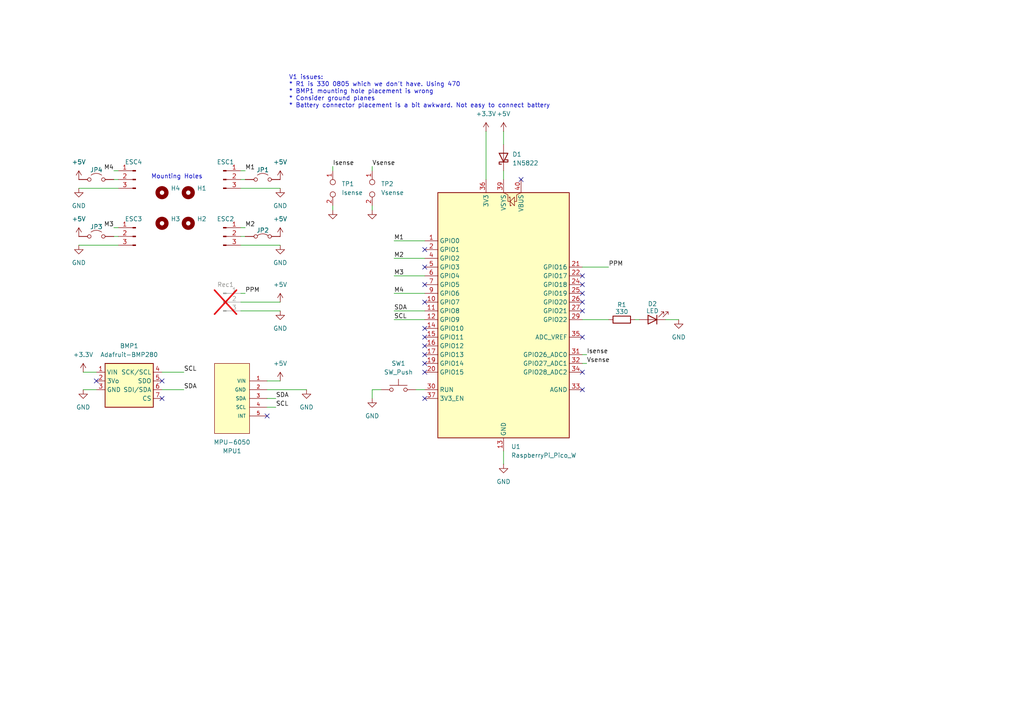
<source format=kicad_sch>
(kicad_sch (version 20231120) (generator "eeschema") (generator_version "8.0")
  (paper "A4")
  (lib_symbols
    (symbol "Connector:Conn_01x03_Pin" (pin_names (offset 1.016) hide)
      (property "Reference" "J" (at 0 5.08 0))
      (property "Value" "Conn_01x03_Pin" (at 0 -5.08 0))
      (symbol "Conn_01x03_Pin_1_1"
        (polyline (pts (xy 1.27 -2.54) (xy 0.8636 -2.54)) (stroke (width 0.1524)))
        (polyline (pts (xy 1.27 0) (xy 0.8636 0)) (stroke (width 0.1524)))
        (polyline (pts (xy 1.27 2.54) (xy 0.8636 2.54)) (stroke (width 0.1524)))
        (rectangle (start 0.8636 -2.413) (end 0 -2.667) (stroke (width 0.1524)) (fill (type outline)))
        (rectangle (start 0.8636 0.127) (end 0 -0.127) (stroke (width 0.1524)) (fill (type outline)))
        (rectangle (start 0.8636 2.667) (end 0 2.413) (stroke (width 0.1524)) (fill (type outline)))
        (pin passive line (at 5.08 2.54 180) (length 3.81) (name "Pin_1") (number "1"))
        (pin passive line (at 5.08 0 180) (length 3.81) (name "Pin_2") (number "2"))
        (pin passive line (at 5.08 -2.54 180) (length 3.81) (name "Pin_3") (number "3"))
      )
    )
    (symbol "Connector:TestPoint_2Pole" (pin_names (offset 0.762) hide)
      (property "Reference" "TP" (at 0 1.524 0))
      (property "Value" "TestPoint_2Pole" (at 0 -1.778 0))
      (symbol "TestPoint_2Pole_0_1"
        (circle (center -1.778 0) (radius 0.762))
        (circle (center 1.778 0) (radius 0.762))
        (pin passive line (at -5.08 0 0) (length 2.54) (name "1") (number "1"))
        (pin passive line (at 5.08 0 180) (length 2.54) (name "2") (number "2"))
      )
    )
    (symbol "Device:D_Schottky" (pin_numbers hide) (pin_names (offset 1.016) hide)
      (property "Reference" "D" (at 0 2.54 0))
      (property "Value" "D_Schottky" (at 0 -2.54 0))
      (symbol "D_Schottky_0_1"
        (polyline (pts (xy 1.27 0) (xy -1.27 0)))
        (polyline (pts (xy 1.27 1.27) (xy 1.27 -1.27) (xy -1.27 0) (xy 1.27 1.27)) (stroke (width 0.254)))
        (polyline (pts (xy -1.905 0.635) (xy -1.905 1.27) (xy -1.27 1.27) (xy -1.27 -1.27) (xy -0.635 -1.27) (xy -0.635 -0.635)) (stroke (width 0.254)))
      )
      (symbol "D_Schottky_1_1"
        (pin passive line (at -3.81 0 0) (length 2.54) (name "K") (number "1"))
        (pin passive line (at 3.81 0 180) (length 2.54) (name "A") (number "2"))
      )
    )
    (symbol "Device:LED" (pin_numbers hide) (pin_names (offset 1.016) hide)
      (property "Reference" "D" (at 0 2.54 0))
      (property "Value" "LED" (at 0 -2.54 0))
      (symbol "LED_0_1"
        (polyline (pts (xy -1.27 -1.27) (xy -1.27 1.27)) (stroke (width 0.254)))
        (polyline (pts (xy -1.27 0) (xy 1.27 0)))
        (polyline (pts (xy 1.27 -1.27) (xy 1.27 1.27) (xy -1.27 0) (xy 1.27 -1.27)) (stroke (width 0.254)))
        (polyline (pts (xy -3.048 -0.762) (xy -4.572 -2.286) (xy -3.81 -2.286) (xy -4.572 -2.286) (xy -4.572 -1.524)))
        (polyline (pts (xy -1.778 -0.762) (xy -3.302 -2.286) (xy -2.54 -2.286) (xy -3.302 -2.286) (xy -3.302 -1.524)))
      )
      (symbol "LED_1_1"
        (pin passive line (at -3.81 0 0) (length 2.54) (name "K") (number "1"))
        (pin passive line (at 3.81 0 180) (length 2.54) (name "A") (number "2"))
      )
    )
    (symbol "Device:R" (pin_numbers hide) (pin_names (offset 0))
      (property "Reference" "R" (at 2.032 0 90))
      (property "Value" "R" (at 0 0 90))
      (symbol "R_0_1"
        (rectangle (start -1.016 -2.54) (end 1.016 2.54) (stroke (width 0.254)))
      )
      (symbol "R_1_1"
        (pin passive line (at 0 3.81 270) (length 1.27) (name "~") (number "1"))
        (pin passive line (at 0 -3.81 90) (length 1.27) (name "~") (number "2"))
      )
    )
    (symbol "Jumper:Jumper_2_Bridged" (pin_numbers hide) (pin_names (offset 0) hide) (exclude_from_sim yes)
      (property "Reference" "JP" (at 0 1.905 0))
      (property "Value" "Jumper_2_Bridged" (at 0 -2.54 0))
      (symbol "Jumper_2_Bridged_0_0"
        (circle (center -2.032 0) (radius 0.508))
        (circle (center 2.032 0) (radius 0.508))
      )
      (symbol "Jumper_2_Bridged_0_1"
        (arc (start 1.524 0.254) (mid 0 0.762) (end -1.524 0.254))
      )
      (symbol "Jumper_2_Bridged_1_1"
        (pin passive line (at -5.08 0 0) (length 2.54) (name "A") (number "1"))
        (pin passive line (at 5.08 0 180) (length 2.54) (name "B") (number "2"))
      )
    )
    (symbol "Jumper:Jumper_2_Open" (pin_numbers hide) (pin_names (offset 0) hide) (exclude_from_sim yes)
      (property "Reference" "JP" (at 0 2.794 0))
      (property "Value" "Jumper_2_Open" (at 0 -2.286 0))
      (symbol "Jumper_2_Open_0_0"
        (circle (center -2.032 0) (radius 0.508))
        (circle (center 2.032 0) (radius 0.508))
      )
      (symbol "Jumper_2_Open_0_1"
        (arc (start 1.524 1.27) (mid 0 1.778) (end -1.524 1.27))
      )
      (symbol "Jumper_2_Open_1_1"
        (pin passive line (at -5.08 0 0) (length 2.54) (name "A") (number "1"))
        (pin passive line (at 5.08 0 180) (length 2.54) (name "B") (number "2"))
      )
    )
    (symbol "MCU_Module_RaspberryPi_Pico:RaspberryPi_Pico_W"
      (property "Reference" "U" (at -19.05 38.1 0))
      (property "Value" "RaspberryPi_Pico_W" (at 7.62 38.1 0))
      (symbol "RaspberryPi_Pico_W_0_1"
        (rectangle (start -19.05 36.83) (end 19.05 -34.29) (stroke (width 0.254)) (fill (type background)))
        (polyline (pts (xy 0 36.83) (xy 1.27 36.195) (xy 1.27 34.29) (xy 1.905 34.29)))
        (polyline (pts (xy 1.905 34.29) (xy 3.175 35.56) (xy 3.175 33.02) (xy 1.905 34.29)))
        (polyline (pts (xy 5.08 36.83) (xy 3.81 36.195) (xy 3.81 34.29) (xy 3.175 34.29)))
        (polyline (pts (xy 1.651 35.306) (xy 1.651 35.56) (xy 1.905 35.56) (xy 1.905 33.02) (xy 2.159 33.02) (xy 2.159 33.274)))
      )
      (symbol "RaspberryPi_Pico_W_1_1"
        (pin bidirectional line (at -22.86 22.86 0) (length 3.81) (name "GPIO0") (number "1"))
        (pin bidirectional line (at -22.86 5.08 0) (length 3.81) (name "GPIO7") (number "10"))
        (pin bidirectional line (at -22.86 2.54 0) (length 3.81) (name "GPIO8") (number "11"))
        (pin bidirectional line (at -22.86 0 0) (length 3.81) (name "GPIO9") (number "12"))
        (pin power_out line (at 0 -38.1 90) (length 3.81) (name "GND") (number "13"))
        (pin bidirectional line (at -22.86 -2.54 0) (length 3.81) (name "GPIO10") (number "14"))
        (pin bidirectional line (at -22.86 -5.08 0) (length 3.81) (name "GPIO11") (number "15"))
        (pin bidirectional line (at -22.86 -7.62 0) (length 3.81) (name "GPIO12") (number "16"))
        (pin bidirectional line (at -22.86 -10.16 0) (length 3.81) (name "GPIO13") (number "17"))
        (pin passive line (at 0 -38.1 90) (length 3.81) hide (name "GND") (number "18"))
        (pin bidirectional line (at -22.86 -12.7 0) (length 3.81) (name "GPIO14") (number "19"))
        (pin bidirectional line (at -22.86 20.32 0) (length 3.81) (name "GPIO1") (number "2"))
        (pin bidirectional line (at -22.86 -15.24 0) (length 3.81) (name "GPIO15") (number "20"))
        (pin bidirectional line (at 22.86 15.24 180) (length 3.81) (name "GPIO16") (number "21"))
        (pin bidirectional line (at 22.86 12.7 180) (length 3.81) (name "GPIO17") (number "22"))
        (pin passive line (at 0 -38.1 90) (length 3.81) hide (name "GND") (number "23"))
        (pin bidirectional line (at 22.86 10.16 180) (length 3.81) (name "GPIO18") (number "24"))
        (pin bidirectional line (at 22.86 7.62 180) (length 3.81) (name "GPIO19") (number "25"))
        (pin bidirectional line (at 22.86 5.08 180) (length 3.81) (name "GPIO20") (number "26"))
        (pin bidirectional line (at 22.86 2.54 180) (length 3.81) (name "GPIO21") (number "27"))
        (pin passive line (at 0 -38.1 90) (length 3.81) hide (name "GND") (number "28"))
        (pin bidirectional line (at 22.86 0 180) (length 3.81) (name "GPIO22") (number "29"))
        (pin passive line (at 0 -38.1 90) (length 3.81) hide (name "GND") (number "3"))
        (pin input line (at -22.86 -20.32 0) (length 3.81) (name "RUN") (number "30"))
        (pin bidirectional line (at 22.86 -10.16 180) (length 3.81) (name "GPIO26_ADC0") (number "31"))
        (pin bidirectional line (at 22.86 -12.7 180) (length 3.81) (name "GPIO27_ADC1") (number "32"))
        (pin power_in line (at 22.86 -20.32 180) (length 3.81) (name "AGND") (number "33"))
        (pin bidirectional line (at 22.86 -15.24 180) (length 3.81) (name "GPIO28_ADC2") (number "34"))
        (pin power_in line (at 22.86 -5.08 180) (length 3.81) (name "ADC_VREF") (number "35"))
        (pin power_out line (at -5.08 40.64 270) (length 3.81) (name "3V3") (number "36"))
        (pin input line (at -22.86 -22.86 0) (length 3.81) (name "3V3_EN") (number "37"))
        (pin passive line (at 0 -38.1 90) (length 3.81) hide (name "GND") (number "38"))
        (pin power_in line (at 0 40.64 270) (length 3.81) (name "VSYS") (number "39"))
        (pin bidirectional line (at -22.86 17.78 0) (length 3.81) (name "GPIO2") (number "4"))
        (pin power_out line (at 5.08 40.64 270) (length 3.81) (name "VBUS") (number "40"))
        (pin bidirectional line (at -22.86 15.24 0) (length 3.81) (name "GPIO3") (number "5"))
        (pin bidirectional line (at -22.86 12.7 0) (length 3.81) (name "GPIO4") (number "6"))
        (pin bidirectional line (at -22.86 10.16 0) (length 3.81) (name "GPIO5") (number "7"))
        (pin passive line (at 0 -38.1 90) (length 3.81) hide (name "GND") (number "8"))
        (pin bidirectional line (at -22.86 7.62 0) (length 3.81) (name "GPIO6") (number "9"))
      )
    )
    (symbol "Mechanical:MountingHole" (pin_names (offset 1.016)) (exclude_from_sim yes) (in_bom no)
      (property "Reference" "H" (at 0 5.08 0))
      (property "Value" "MountingHole" (at 0 3.175 0))
      (symbol "MountingHole_0_1"
        (circle (center 0 0) (radius 1.27) (stroke (width 1.27)))
      )
    )
    (symbol "SEN0142:SEN0142" (pin_names (offset 1.016))
      (property "Reference" "M" (at -17.78 2.54 0))
      (property "Value" "SEN0142" (at -17.78 0 0))
      (symbol "SEN0142_0_0"
        (rectangle (start -10.16 -2.54) (end 10.16 7.62) (stroke (width 0.1524)) (fill (type background)))
        (pin bidirectional line (at -5.08 -7.62 90) (length 5.08) (name "VIN") (number "1"))
        (pin bidirectional line (at -2.54 -7.62 90) (length 5.08) (name "GND") (number "2"))
        (pin bidirectional line (at 0 -7.62 90) (length 5.08) (name "SDA") (number "3"))
        (pin bidirectional line (at 2.54 -7.62 90) (length 5.08) (name "SCL") (number "4"))
        (pin bidirectional line (at 5.08 -7.62 90) (length 5.08) (name "INT") (number "5"))
      )
    )
    (symbol "Switch:SW_Push" (pin_numbers hide) (pin_names (offset 1.016) hide)
      (property "Reference" "SW" (at 1.27 2.54 0))
      (property "Value" "SW_Push" (at 0 -1.524 0))
      (symbol "SW_Push_0_1"
        (circle (center -2.032 0) (radius 0.508))
        (polyline (pts (xy 0 1.27) (xy 0 3.048)))
        (polyline (pts (xy 2.54 1.27) (xy -2.54 1.27)))
        (circle (center 2.032 0) (radius 0.508))
        (pin passive line (at -5.08 0 0) (length 2.54) (name "1") (number "1"))
        (pin passive line (at 5.08 0 180) (length 2.54) (name "2") (number "2"))
      )
    )
    (symbol "power:+3.3V" (power) (pin_numbers hide) (pin_names (offset 0) hide)
      (property "Value" "+3.3V" (at 0 3.556 0))
      (symbol "+3.3V_0_1"
        (polyline (pts (xy -0.762 1.27) (xy 0 2.54)))
        (polyline (pts (xy 0 0) (xy 0 2.54)))
        (polyline (pts (xy 0 2.54) (xy 0.762 1.27)))
      )
      (symbol "+3.3V_1_1"
        (pin power_in line (at 0 0 90) (length 0) (name "~") (number "1"))
      )
    )
    (symbol "power:+5V" (power) (pin_numbers hide) (pin_names (offset 0) hide)
      (property "Value" "+5V" (at 0 3.556 0))
      (symbol "+5V_0_1"
        (polyline (pts (xy -0.762 1.27) (xy 0 2.54)))
        (polyline (pts (xy 0 0) (xy 0 2.54)))
        (polyline (pts (xy 0 2.54) (xy 0.762 1.27)))
      )
      (symbol "+5V_1_1"
        (pin power_in line (at 0 0 90) (length 0) (name "~") (number "1"))
      )
    )
    (symbol "power:GND" (power) (pin_numbers hide) (pin_names (offset 0) hide)
      (property "Value" "GND" (at 0 -3.81 0))
      (symbol "GND_0_1"
        (polyline (pts (xy 0 0) (xy 0 -1.27) (xy 1.27 -1.27) (xy 0 -2.54) (xy -1.27 -1.27) (xy 0 -1.27)))
      )
      (symbol "GND_1_1"
        (pin power_in line (at 0 0 270) (length 0) (name "~") (number "1"))
      )
    )
    (symbol "upper-all:Adafruit-BMP280"
      (property "Reference" "U" (at -7.62 10.16 0))
      (property "Value" "Adafruit-BMP280" (at 5.08 10.16 0))
      (symbol "Adafruit-BMP280_0_1"
        (rectangle (start -7.62 7.62) (end 6.35 -5.08) (stroke (width 0.254)) (fill (type background)))
      )
      (symbol "Adafruit-BMP280_1_1"
        (pin power_in line (at -10.16 5.08 0) (length 2.54) (name "VIN") (number "1"))
        (pin power_out line (at -10.16 2.54 0) (length 2.54) (name "3Vo") (number "2"))
        (pin power_in line (at -10.16 0 0) (length 2.54) (name "GND") (number "3"))
        (pin input line (at 8.89 5.08 180) (length 2.54) (name "SCK/SCL") (number "4"))
        (pin output line (at 8.89 2.54 180) (length 2.54) (name "SDO") (number "5"))
        (pin bidirectional line (at 8.89 0 180) (length 2.54) (name "SDI/SDA") (number "6"))
        (pin input line (at 8.89 -2.54 180) (length 2.54) (name "CS") (number "7"))
      )
    )
  )
  (no_connect (at 123.19 87.63))
  (no_connect (at 168.91 85.09))
  (no_connect (at 168.91 82.55))
  (no_connect (at 27.94 110.49))
  (no_connect (at 168.91 113.03))
  (no_connect (at 123.19 77.47))
  (no_connect (at 168.91 90.17))
  (no_connect (at 123.19 107.95))
  (no_connect (at 168.91 97.79))
  (no_connect (at 77.47 120.65))
  (no_connect (at 168.91 107.95))
  (no_connect (at 168.91 80.01))
  (no_connect (at 123.19 97.79))
  (no_connect (at 151.13 52.07))
  (no_connect (at 46.99 115.57))
  (no_connect (at 123.19 105.41))
  (no_connect (at 168.91 87.63))
  (no_connect (at 123.19 95.25))
  (no_connect (at 123.19 82.55))
  (no_connect (at 123.19 100.33))
  (no_connect (at 123.19 115.57))
  (no_connect (at 123.19 72.39))
  (no_connect (at 123.19 102.87))
  (no_connect (at 46.99 110.49))
  (wire (pts (xy 34.29 52.07) (xy 33.02 52.07)))
  (wire (pts (xy 77.47 110.49) (xy 81.28 110.49)))
  (wire (pts (xy 114.3 85.09) (xy 123.19 85.09)))
  (wire (pts (xy 168.91 92.71) (xy 176.53 92.71)))
  (wire (pts (xy 69.85 68.58) (xy 71.12 68.58)))
  (wire (pts (xy 96.52 60.96) (xy 96.52 59.69)))
  (wire (pts (xy 33.02 66.04) (xy 34.29 66.04)))
  (wire (pts (xy 69.85 52.07) (xy 71.12 52.07)))
  (wire (pts (xy 140.97 38.1) (xy 140.97 52.07)))
  (wire (pts (xy 146.05 130.81) (xy 146.05 134.62)))
  (wire (pts (xy 193.04 92.71) (xy 196.85 92.71)))
  (wire (pts (xy 69.85 87.63) (xy 81.28 87.63)))
  (wire (pts (xy 71.12 66.04) (xy 69.85 66.04)))
  (wire (pts (xy 114.3 69.85) (xy 123.19 69.85)))
  (wire (pts (xy 77.47 113.03) (xy 88.9 113.03)))
  (wire (pts (xy 33.02 49.53) (xy 34.29 49.53)))
  (wire (pts (xy 24.13 113.03) (xy 27.94 113.03)))
  (wire (pts (xy 184.15 92.71) (xy 185.42 92.71)))
  (wire (pts (xy 46.99 107.95) (xy 53.34 107.95)))
  (wire (pts (xy 107.95 59.69) (xy 107.95 60.96)))
  (wire (pts (xy 34.29 71.12) (xy 22.86 71.12)))
  (wire (pts (xy 114.3 92.71) (xy 123.19 92.71)))
  (wire (pts (xy 114.3 74.93) (xy 123.19 74.93)))
  (wire (pts (xy 168.91 77.47) (xy 176.53 77.47)))
  (wire (pts (xy 146.05 49.53) (xy 146.05 52.07)))
  (wire (pts (xy 146.05 38.1) (xy 146.05 41.91)))
  (wire (pts (xy 77.47 118.11) (xy 80.01 118.11)))
  (wire (pts (xy 69.85 85.09) (xy 71.12 85.09)))
  (wire (pts (xy 34.29 68.58) (xy 33.02 68.58)))
  (wire (pts (xy 69.85 90.17) (xy 81.28 90.17)))
  (wire (pts (xy 107.95 48.26) (xy 107.95 49.53)))
  (wire (pts (xy 77.47 115.57) (xy 80.01 115.57)))
  (wire (pts (xy 34.29 54.61) (xy 22.86 54.61)))
  (wire (pts (xy 96.52 48.26) (xy 96.52 49.53)))
  (wire (pts (xy 168.91 105.41) (xy 170.18 105.41)))
  (wire (pts (xy 46.99 113.03) (xy 53.34 113.03)))
  (wire (pts (xy 120.65 113.03) (xy 123.19 113.03)))
  (wire (pts (xy 24.13 107.95) (xy 27.94 107.95)))
  (wire (pts (xy 69.85 71.12) (xy 81.28 71.12)))
  (wire (pts (xy 114.3 80.01) (xy 123.19 80.01)))
  (wire (pts (xy 107.95 113.03) (xy 107.95 115.57)))
  (wire (pts (xy 168.91 102.87) (xy 170.18 102.87)))
  (wire (pts (xy 114.3 90.17) (xy 123.19 90.17)))
  (wire (pts (xy 110.49 113.03) (xy 107.95 113.03)))
  (wire (pts (xy 69.85 54.61) (xy 81.28 54.61)))
  (wire (pts (xy 71.12 49.53) (xy 69.85 49.53)))
  (text "V1 issues:\n* R1 is 330 0805 which we don't have. Using 470\n* BMP1 mounting hole placement is wrong\n* Consider ground planes\n* Battery connector placement is a bit awkward. Not easy to connect battery" (at 83.7795 26.6053 0) (effects (font (size 1.27 1.27)) (justify left)))
  (text "Mounting Holes" (at 51.308 51.308 0) (effects (font (size 1.27 1.27))))
  (label "Isense" (at 170.18 102.87 0))
  (label "PPM" (at 176.53 77.47 0))
  (label "M2" (at 71.12 66.04 0))
  (label "M4" (at 114.3 85.09 0))
  (label "M4" (at 33.02 49.53 180))
  (label "Isense" (at 96.52 48.26 0))
  (label "SDA" (at 114.3 90.17 0))
  (label "SCL" (at 53.34 107.95 0))
  (label "SDA" (at 80.01 115.57 0))
  (label "Vsense" (at 107.95 48.26 0))
  (label "SCL" (at 80.01 118.11 0))
  (label "M1" (at 114.3 69.85 0))
  (label "M3" (at 33.02 66.04 180))
  (label "M3" (at 114.3 80.01 0))
  (label "PPM" (at 71.12 85.09 0))
  (label "M1" (at 71.12 49.53 0))
  (label "SDA" (at 53.34 113.03 0))
  (label "SCL" (at 114.3 92.71 0))
  (label "M2" (at 114.3 74.93 0))
  (label "Vsense" (at 170.18 105.41 0))
  (symbol (lib_id "power:+3.3V") (at 140.97 38.1 0) (unit 1)
    (property "Reference" "#PWR04" (effects (hide yes)))
    (property "Value" "+3.3V" (at 140.97 33.02 0))
    (property "Description" "Power symbol creates a global label with name \"+3.3V\"" (effects (hide yes)))
  )
  (symbol (lib_id "Connector:Conn_01x03_Pin") (at 64.77 87.63 0) (unit 1) (dnp yes)
    (property "Reference" "Rec1" (at 65.405 82.55 0))
    (property "Footprint" "Connector_PinHeader_2.54mm:PinHeader_1x03_P2.54mm_Vertical" (effects (hide yes)))
    (property "Description" "Generic connector, single row, 01x03, script generated" (effects (hide yes)))
  )
  (symbol (lib_id "power:+5V") (at 81.28 52.07 0) (unit 1)
    (property "Reference" "#PWR02" (effects (hide yes)))
    (property "Value" "+5V" (at 81.28 46.99 0))
    (property "Description" "Power symbol creates a global label with name \"+5V\"" (effects (hide yes)))
  )
  (symbol (lib_id "power:GND") (at 196.85 92.71 0) (unit 1)
    (property "Reference" "#PWR06" (effects (hide yes)))
    (property "Value" "GND" (at 196.85 97.79 0))
    (property "Description" "Power symbol creates a global label with name \"GND\" , ground" (effects (hide yes)))
  )
  (symbol (lib_id "power:GND") (at 96.52 60.96 0) (unit 1)
    (property "Reference" "#PWR018" (effects (hide yes)))
    (property "Value" "GND" (effects (hide yes)))
    (property "Description" "Power symbol creates a global label with name \"GND\" , ground" (effects (hide yes)))
  )
  (symbol (lib_id "Device:LED") (at 189.23 92.71 180) (unit 1)
    (property "Reference" "D2" (at 189.23 88.138 0))
    (property "Value" "LED" (at 189.23 90.17 0))
    (property "Footprint" "LED_SMD:LED_1206_3216Metric_Pad1.42x1.75mm_HandSolder" (effects (hide yes)))
    (property "Description" "Light emitting diode" (effects (hide yes)))
  )
  (symbol (lib_id "power:+5V") (at 146.05 38.1 0) (unit 1)
    (property "Reference" "#PWR03" (effects (hide yes)))
    (property "Value" "+5V" (at 146.05 33.02 0))
    (property "Description" "Power symbol creates a global label with name \"+5V\"" (effects (hide yes)))
  )
  (symbol (lib_id "power:GND") (at 81.28 71.12 0) (unit 1)
    (property "Reference" "#PWR09" (effects (hide yes)))
    (property "Value" "GND" (at 81.28 76.2 0))
    (property "Description" "Power symbol creates a global label with name \"GND\" , ground" (effects (hide yes)))
  )
  (symbol (lib_id "power:+5V") (at 81.28 110.49 0) (unit 1)
    (property "Reference" "#PWR020" (effects (hide yes)))
    (property "Value" "+5V" (at 81.28 105.41 0))
    (property "Description" "Power symbol creates a global label with name \"+5V\"" (effects (hide yes)))
  )
  (symbol (lib_id "Device:R") (at 180.34 92.71 270) (unit 1)
    (property "Reference" "R1" (at 180.34 88.392 90))
    (property "Value" "330" (at 180.34 90.424 90))
    (property "Footprint" "Resistor_SMD:R_0805_2012Metric_Pad1.20x1.40mm_HandSolder" (effects (hide yes)))
    (property "Description" "Resistor" (effects (hide yes)))
  )
  (symbol (lib_id "Connector:TestPoint_2Pole") (at 96.52 54.61 270) (unit 1)
    (property "Reference" "TP1" (at 99.06 53.3399 90) (effects (justify left)))
    (property "Value" "Isense" (at 99.06 55.8799 90) (effects (justify left)))
    (property "Footprint" "TestPoint:TestPoint_2Pads_Pitch2.54mm_Drill0.8mm" (effects (hide yes)))
    (property "Description" "2-polar test point" (effects (hide yes)))
  )
  (symbol (lib_id "Connector:Conn_01x03_Pin") (at 64.77 68.58 0) (unit 1)
    (property "Reference" "ESC2" (at 65.405 63.5 0))
    (property "Footprint" "Connector_PinHeader_2.54mm:PinHeader_1x03_P2.54mm_Vertical" (effects (hide yes)))
    (property "Description" "Generic connector, single row, 01x03, script generated" (effects (hide yes)))
  )
  (symbol (lib_id "Mechanical:MountingHole") (at 46.99 64.77 0) (unit 1) (exclude_from_sim yes) (in_bom no)
    (property "Reference" "H3" (at 49.53 63.4999 0) (effects (justify left)))
    (property "Value" "MountingHole" (effects (hide yes)))
    (property "Footprint" "MountingHole:MountingHole_3.2mm_M3_ISO14580" (effects (hide yes)))
    (property "Description" "Mounting Hole without connection" (effects (hide yes)))
  )
  (symbol (lib_id "upper-all:Adafruit-BMP280") (at 38.1 113.03 0) (unit 1)
    (property "Reference" "BMP1" (at 37.465 100.33 0))
    (property "Value" "Adafruit-BMP280" (at 37.465 102.87 0))
    (property "Footprint" "upper-all:adafruit-bmp280" (effects (hide yes)))
    (property "Datasheet" "https://cdn-learn.adafruit.com/downloads/pdf/adafruit-bmp280-barometric-pressure-plus-temperature-sensor-breakout.pdf" (effects (hide yes)))
    (property "Description" "Adafruit BMP280 Barometric Pressure + Temperature Sensor Breakout" (effects (hide yes)))
  )
  (symbol (lib_id "power:GND") (at 107.95 60.96 0) (unit 1)
    (property "Reference" "#PWR016" (effects (hide yes)))
    (property "Value" "GND" (effects (hide yes)))
    (property "Description" "Power symbol creates a global label with name \"GND\" , ground" (effects (hide yes)))
  )
  (symbol (lib_id "Connector:Conn_01x03_Pin") (at 39.37 68.58 0) (mirror y) (unit 1)
    (property "Reference" "ESC3" (at 38.735 63.5 0))
    (property "Footprint" "Connector_PinHeader_2.54mm:PinHeader_1x03_P2.54mm_Vertical" (effects (hide yes)))
    (property "Description" "Generic connector, single row, 01x03, script generated" (effects (hide yes)))
  )
  (symbol (lib_id "power:GND") (at 81.28 90.17 0) (unit 1)
    (property "Reference" "#PWR014" (effects (hide yes)))
    (property "Value" "GND" (at 81.28 95.25 0))
    (property "Description" "Power symbol creates a global label with name \"GND\" , ground" (effects (hide yes)))
  )
  (symbol (lib_id "Jumper:Jumper_2_Bridged") (at 76.2 68.58 0) (unit 1) (exclude_from_sim yes)
    (property "Reference" "JP2" (at 76.2 66.802 0))
    (property "Value" "Jumper_2_Bridged" (effects (hide yes)))
    (property "Footprint" "Jumper:SolderJumper-2_P1.3mm_Bridged_RoundedPad1.0x1.5mm" (effects (hide yes)))
    (property "Description" "Jumper, 2-pole, closed/bridged" (effects (hide yes)))
  )
  (symbol (lib_id "Jumper:Jumper_2_Open") (at 27.94 68.58 0) (unit 1) (exclude_from_sim yes)
    (property "Reference" "JP3" (at 27.94 65.786 0))
    (property "Value" "Jumper_2_Open" (effects (hide yes)))
    (property "Footprint" "Jumper:SolderJumper-2_P1.3mm_Open_RoundedPad1.0x1.5mm" (effects (hide yes)))
    (property "Description" "Jumper, 2-pole, open" (effects (hide yes)))
  )
  (symbol (lib_id "power:+5V") (at 81.28 87.63 0) (unit 1)
    (property "Reference" "#PWR015" (effects (hide yes)))
    (property "Value" "+5V" (at 81.28 82.55 0))
    (property "Description" "Power symbol creates a global label with name \"+5V\"" (effects (hide yes)))
  )
  (symbol (lib_id "power:+5V") (at 81.28 68.58 0) (unit 1)
    (property "Reference" "#PWR08" (effects (hide yes)))
    (property "Value" "+5V" (at 81.28 63.5 0))
    (property "Description" "Power symbol creates a global label with name \"+5V\"" (effects (hide yes)))
  )
  (symbol (lib_id "power:GND") (at 81.28 54.61 0) (unit 1)
    (property "Reference" "#PWR01" (effects (hide yes)))
    (property "Value" "GND" (at 81.28 59.69 0))
    (property "Description" "Power symbol creates a global label with name \"GND\" , ground" (effects (hide yes)))
  )
  (symbol (lib_id "power:+5V") (at 22.86 68.58 0) (mirror y) (unit 1)
    (property "Reference" "#PWR010" (effects (hide yes)))
    (property "Value" "+5V" (at 22.86 63.5 0))
    (property "Description" "Power symbol creates a global label with name \"+5V\"" (effects (hide yes)))
  )
  (symbol (lib_id "Switch:SW_Push") (at 115.57 113.03 0) (unit 1)
    (property "Reference" "SW1" (at 115.57 105.41 0))
    (property "Value" "SW_Push" (at 115.57 107.95 0))
    (property "Footprint" "Button_Switch_SMD:SW_Push_1P1T_NO_6x6mm_H9.5mm" (effects (hide yes)))
    (property "Description" "Push button switch, generic, two pins" (effects (hide yes)))
  )
  (symbol (lib_id "power:GND") (at 107.95 115.57 0) (unit 1)
    (property "Reference" "#PWR07" (effects (hide yes)))
    (property "Value" "GND" (at 107.95 120.65 0))
    (property "Description" "Power symbol creates a global label with name \"GND\" , ground" (effects (hide yes)))
  )
  (symbol (lib_id "power:+3.3V") (at 24.13 107.95 0) (unit 1)
    (property "Reference" "#PWR022" (effects (hide yes)))
    (property "Value" "+3.3V" (at 24.13 102.87 0))
    (property "Description" "Power symbol creates a global label with name \"+3.3V\"" (effects (hide yes)))
  )
  (symbol (lib_id "power:GND") (at 22.86 54.61 0) (mirror y) (unit 1)
    (property "Reference" "#PWR013" (effects (hide yes)))
    (property "Value" "GND" (at 22.86 59.69 0))
    (property "Description" "Power symbol creates a global label with name \"GND\" , ground" (effects (hide yes)))
  )
  (symbol (lib_id "Jumper:Jumper_2_Open") (at 27.94 52.07 0) (unit 1) (exclude_from_sim yes)
    (property "Reference" "JP4" (at 27.94 49.276 0))
    (property "Value" "Jumper_2_Open" (effects (hide yes)))
    (property "Footprint" "Jumper:SolderJumper-2_P1.3mm_Open_RoundedPad1.0x1.5mm" (effects (hide yes)))
    (property "Description" "Jumper, 2-pole, open" (effects (hide yes)))
  )
  (symbol (lib_id "power:GND") (at 146.05 134.62 0) (unit 1)
    (property "Reference" "#PWR05" (effects (hide yes)))
    (property "Value" "GND" (at 146.05 139.7 0))
    (property "Description" "Power symbol creates a global label with name \"GND\" , ground" (effects (hide yes)))
  )
  (symbol (lib_id "Connector:Conn_01x03_Pin") (at 39.37 52.07 0) (mirror y) (unit 1)
    (property "Reference" "ESC4" (at 38.735 46.99 0))
    (property "Footprint" "Connector_PinHeader_2.54mm:PinHeader_1x03_P2.54mm_Vertical" (effects (hide yes)))
    (property "Description" "Generic connector, single row, 01x03, script generated" (effects (hide yes)))
  )
  (symbol (lib_id "Device:D_Schottky") (at 146.05 45.72 90) (unit 1)
    (property "Reference" "D1" (at 148.59 44.7674 90) (effects (justify right)))
    (property "Value" "1N5822" (at 148.59 47.3074 90) (effects (justify right)))
    (property "Footprint" "Diode_SMD:D_SMC_Handsoldering" (effects (hide yes)))
    (property "Description" "Schottky diode" (effects (hide yes)))
  )
  (symbol (lib_id "power:+5V") (at 22.86 52.07 0) (mirror y) (unit 1)
    (property "Reference" "#PWR012" (effects (hide yes)))
    (property "Value" "+5V" (at 22.86 46.99 0))
    (property "Description" "Power symbol creates a global label with name \"+5V\"" (effects (hide yes)))
  )
  (symbol (lib_id "Connector:Conn_01x03_Pin") (at 64.77 52.07 0) (unit 1)
    (property "Reference" "ESC1" (at 65.405 46.99 0))
    (property "Footprint" "Connector_PinHeader_2.54mm:PinHeader_1x03_P2.54mm_Vertical" (effects (hide yes)))
    (property "Description" "Generic connector, single row, 01x03, script generated" (effects (hide yes)))
  )
  (symbol (lib_id "Mechanical:MountingHole") (at 46.99 55.88 0) (unit 1) (exclude_from_sim yes) (in_bom no)
    (property "Reference" "H4" (at 49.53 54.6099 0) (effects (justify left)))
    (property "Value" "MountingHole" (effects (hide yes)))
    (property "Footprint" "MountingHole:MountingHole_3.2mm_M3_ISO14580" (effects (hide yes)))
    (property "Description" "Mounting Hole without connection" (effects (hide yes)))
  )
  (symbol (lib_id "Mechanical:MountingHole") (at 54.61 55.88 0) (unit 1) (exclude_from_sim yes) (in_bom no)
    (property "Reference" "H1" (at 57.15 54.6099 0) (effects (justify left)))
    (property "Value" "MountingHole" (effects (hide yes)))
    (property "Footprint" "MountingHole:MountingHole_3.2mm_M3_ISO14580" (effects (hide yes)))
    (property "Description" "Mounting Hole without connection" (effects (hide yes)))
  )
  (symbol (lib_id "power:GND") (at 88.9 113.03 0) (unit 1)
    (property "Reference" "#PWR021" (effects (hide yes)))
    (property "Value" "GND" (at 88.9 118.11 0))
    (property "Description" "Power symbol creates a global label with name \"GND\" , ground" (effects (hide yes)))
  )
  (symbol (lib_id "power:GND") (at 24.13 113.03 0) (unit 1)
    (property "Reference" "#PWR023" (effects (hide yes)))
    (property "Value" "GND" (at 24.13 118.11 0))
    (property "Description" "Power symbol creates a global label with name \"GND\" , ground" (effects (hide yes)))
  )
  (symbol (lib_id "Jumper:Jumper_2_Open") (at 76.2 52.07 0) (unit 1) (exclude_from_sim yes)
    (property "Reference" "JP1" (at 76.2 49.276 0))
    (property "Value" "Jumper_2_Open" (effects (hide yes)))
    (property "Footprint" "Jumper:SolderJumper-2_P1.3mm_Open_RoundedPad1.0x1.5mm" (effects (hide yes)))
    (property "Description" "Jumper, 2-pole, open" (effects (hide yes)))
  )
  (symbol (lib_id "power:GND") (at 22.86 71.12 0) (mirror y) (unit 1)
    (property "Reference" "#PWR011" (effects (hide yes)))
    (property "Value" "GND" (at 22.86 76.2 0))
    (property "Description" "Power symbol creates a global label with name \"GND\" , ground" (effects (hide yes)))
  )
  (symbol (lib_id "Connector:TestPoint_2Pole") (at 107.95 54.61 270) (unit 1)
    (property "Reference" "TP2" (at 110.49 53.3399 90) (effects (justify left)))
    (property "Value" "Vsense" (at 110.49 55.8799 90) (effects (justify left)))
    (property "Footprint" "TestPoint:TestPoint_2Pads_Pitch2.54mm_Drill0.8mm" (effects (hide yes)))
    (property "Description" "2-polar test point" (effects (hide yes)))
  )
  (symbol (lib_id "SEN0142:SEN0142") (at 69.85 115.57 90) (mirror x) (unit 1)
    (property "Reference" "MPU1" (at 67.31 130.81 90))
    (property "Value" "MPU-6050" (at 67.31 128.27 90))
    (property "Footprint" "SEN0142:SEN0142" (effects (hide yes)))
    (property "MF" "DFRobot" (effects (hide yes)))
    (property "Description_1" "\nMPU-6050 series Accelerometer, Gyroscope, 3 Axis Sensor Evaluation Board\n" (effects (hide yes)))
    (property "Package" "None" (effects (hide yes)))
    (property "Price" "None" (effects (hide yes)))
    (property "SnapEDA_Link" "https://www.snapeda.com/parts/SEN0142/DFRobot/view-part/?ref=snap" (effects (hide yes)))
    (property "MP" "SEN0142" (effects (hide yes)))
    (property "Availability" "In Stock" (effects (hide yes)))
    (property "Check_prices" "https://www.snapeda.com/parts/SEN0142/DFRobot/view-part/?ref=eda" (effects (hide yes)))
  )
  (symbol (lib_id "MCU_Module_RaspberryPi_Pico:RaspberryPi_Pico_W") (at 146.05 92.71 0) (unit 1)
    (property "Reference" "U1" (at 148.2441 129.54 0) (effects (justify left)))
    (property "Value" "RaspberryPi_Pico_W" (at 148.2441 132.08 0) (effects (justify left)))
    (property "Footprint" "Module_RaspberryPi_Pico:RaspberryPi_Pico_Common" (effects (hide yes)))
    (property "Datasheet" "https://datasheets.raspberrypi.com/picow/pico-w-datasheet.pdf" (effects (hide yes)))
    (property "Description" "Versatile and inexpensive wireless microcontroller module powered by RP2040 dual-core Arm Cortex-M0+ processor up to 133 MHz, 264kB SRAM, 2MB QSPI flash, Infineon CYW43439 2.4GHz 802.11n wireless LAN" (effects (hide yes)))
  )
  (symbol (lib_id "Mechanical:MountingHole") (at 54.61 64.77 270) (unit 1) (exclude_from_sim yes) (in_bom no)
    (property "Reference" "H2" (at 57.15 63.4999 90) (effects (justify left)))
    (property "Value" "MountingHole" (effects (hide yes)))
    (property "Footprint" "MountingHole:MountingHole_3.2mm_M3_ISO14580" (effects (hide yes)))
    (property "Description" "Mounting Hole without connection" (effects (hide yes)))
  )
)
</source>
